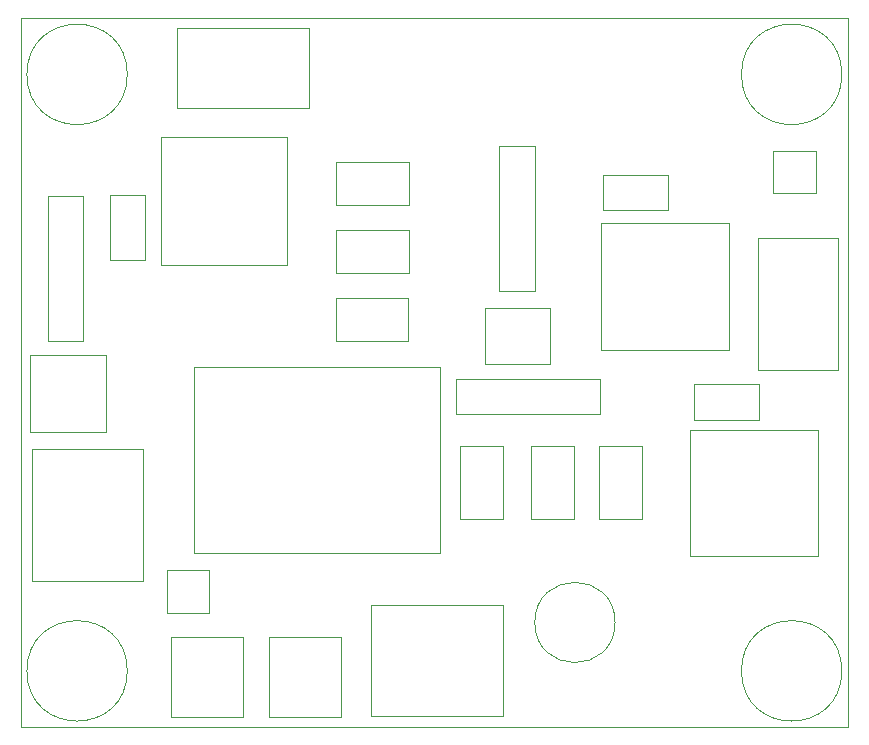
<source format=gbr>
%TF.GenerationSoftware,KiCad,Pcbnew,5.1.4-e60b266~84~ubuntu18.04.1*%
%TF.CreationDate,2020-06-02T14:46:13-03:00*%
%TF.ProjectId,Driver Motor PaP_V2.0,44726976-6572-4204-9d6f-746f72205061,2.0*%
%TF.SameCoordinates,Original*%
%TF.FileFunction,Other,User*%
%FSLAX46Y46*%
G04 Gerber Fmt 4.6, Leading zero omitted, Abs format (unit mm)*
G04 Created by KiCad (PCBNEW 5.1.4-e60b266~84~ubuntu18.04.1) date 2020-06-02 14:46:13*
%MOMM*%
%LPD*%
G04 APERTURE LIST*
%ADD10C,0.050000*%
%ADD11C,0.120000*%
G04 APERTURE END LIST*
D10*
X75000000Y-109750000D02*
X75000000Y-49750000D01*
X145000000Y-109750000D02*
X75000000Y-109750000D01*
X145000000Y-49750000D02*
X145000000Y-109750000D01*
X75000000Y-49750000D02*
X145000000Y-49750000D01*
%TO.C,Q1*%
X119750000Y-79010000D02*
X114290000Y-79010000D01*
X119750000Y-79010000D02*
X119750000Y-74270000D01*
X114290000Y-74270000D02*
X114290000Y-79010000D01*
X114290000Y-74270000D02*
X119750000Y-74270000D01*
%TO.C,R2*%
X115500000Y-60540000D02*
X115500000Y-72800000D01*
X118500000Y-60540000D02*
X115500000Y-60540000D01*
X118500000Y-72800000D02*
X118500000Y-60540000D01*
X115500000Y-72800000D02*
X118500000Y-72800000D01*
%TO.C,JP6*%
X101700000Y-67700000D02*
X101700000Y-71300000D01*
X107850000Y-67700000D02*
X101700000Y-67700000D01*
X107850000Y-71300000D02*
X107850000Y-67700000D01*
X101700000Y-71300000D02*
X107850000Y-71300000D01*
%TO.C,U2*%
X131650000Y-84600000D02*
X131650000Y-95300000D01*
X142450000Y-84600000D02*
X131650000Y-84600000D01*
X142450000Y-95300000D02*
X142450000Y-84600000D01*
X131650000Y-95300000D02*
X142450000Y-95300000D01*
%TO.C,A1*%
X110450000Y-79290000D02*
X110450000Y-95030000D01*
X110450000Y-79290000D02*
X89630000Y-79290000D01*
X89630000Y-95030000D02*
X110450000Y-95030000D01*
X89630000Y-95030000D02*
X89630000Y-79290000D01*
%TO.C,J6*%
X87690000Y-108920000D02*
X93770000Y-108920000D01*
X87690000Y-102120000D02*
X87690000Y-108920000D01*
X93770000Y-102120000D02*
X87690000Y-102120000D01*
X93770000Y-108920000D02*
X93770000Y-102120000D01*
%TO.C,U3*%
X124150000Y-67100000D02*
X124150000Y-77800000D01*
X134950000Y-67100000D02*
X124150000Y-67100000D01*
X134950000Y-77800000D02*
X134950000Y-67100000D01*
X124150000Y-77800000D02*
X134950000Y-77800000D01*
%TO.C,U1*%
X86850000Y-70600000D02*
X97550000Y-70600000D01*
X86850000Y-59800000D02*
X86850000Y-70600000D01*
X97550000Y-59800000D02*
X86850000Y-59800000D01*
X97550000Y-70600000D02*
X97550000Y-59800000D01*
%TO.C,R3*%
X111790000Y-83250000D02*
X124050000Y-83250000D01*
X111790000Y-80250000D02*
X111790000Y-83250000D01*
X124050000Y-80250000D02*
X111790000Y-80250000D01*
X124050000Y-83250000D02*
X124050000Y-80250000D01*
%TO.C,R1*%
X77250000Y-64790000D02*
X77250000Y-77050000D01*
X80250000Y-64790000D02*
X77250000Y-64790000D01*
X80250000Y-77050000D02*
X80250000Y-64790000D01*
X77250000Y-77050000D02*
X80250000Y-77050000D01*
%TO.C,JP5*%
X101700000Y-61950000D02*
X101700000Y-65550000D01*
X107850000Y-61950000D02*
X101700000Y-61950000D01*
X107850000Y-65550000D02*
X107850000Y-61950000D01*
X101700000Y-65550000D02*
X107850000Y-65550000D01*
%TO.C,JP4*%
X107800000Y-77050000D02*
X107800000Y-73450000D01*
X101650000Y-77050000D02*
X107800000Y-77050000D01*
X101650000Y-73450000D02*
X101650000Y-77050000D01*
X107800000Y-73450000D02*
X101650000Y-73450000D01*
%TO.C,JP3*%
X127550000Y-85950000D02*
X123950000Y-85950000D01*
X127550000Y-92100000D02*
X127550000Y-85950000D01*
X123950000Y-92100000D02*
X127550000Y-92100000D01*
X123950000Y-85950000D02*
X123950000Y-92100000D01*
%TO.C,JP2*%
X121800000Y-85950000D02*
X118200000Y-85950000D01*
X121800000Y-92100000D02*
X121800000Y-85950000D01*
X118200000Y-92100000D02*
X121800000Y-92100000D01*
X118200000Y-85950000D02*
X118200000Y-92100000D01*
%TO.C,JP1*%
X115800000Y-85950000D02*
X112200000Y-85950000D01*
X115800000Y-92100000D02*
X115800000Y-85950000D01*
X112200000Y-92100000D02*
X115800000Y-92100000D01*
X112200000Y-85950000D02*
X112200000Y-92100000D01*
%TO.C,J8*%
X87350000Y-96500000D02*
X87350000Y-100100000D01*
X90950000Y-96500000D02*
X87350000Y-96500000D01*
X90950000Y-100100000D02*
X90950000Y-96500000D01*
X87350000Y-100100000D02*
X90950000Y-100100000D01*
%TO.C,J7*%
X96040000Y-108920000D02*
X102120000Y-108920000D01*
X96040000Y-102120000D02*
X96040000Y-108920000D01*
X102120000Y-102120000D02*
X96040000Y-102120000D01*
X102120000Y-108920000D02*
X102120000Y-102120000D01*
%TO.C,J5*%
X138700000Y-60950000D02*
X138700000Y-64550000D01*
X142300000Y-60950000D02*
X138700000Y-60950000D01*
X142300000Y-64550000D02*
X142300000Y-60950000D01*
X138700000Y-64550000D02*
X142300000Y-64550000D01*
%TO.C,J4*%
X144170000Y-79490000D02*
X144170000Y-68330000D01*
X137370000Y-79490000D02*
X144170000Y-79490000D01*
X137370000Y-68330000D02*
X137370000Y-79490000D01*
X144170000Y-68330000D02*
X137370000Y-68330000D01*
%TO.C,J3*%
X99390000Y-50580000D02*
X88230000Y-50580000D01*
X99390000Y-57380000D02*
X99390000Y-50580000D01*
X88230000Y-57380000D02*
X99390000Y-57380000D01*
X88230000Y-50580000D02*
X88230000Y-57380000D01*
%TO.C,H4*%
X144500000Y-105000000D02*
G75*
G03X144500000Y-105000000I-4250000J0D01*
G01*
%TO.C,H3*%
X144500000Y-54500000D02*
G75*
G03X144500000Y-54500000I-4250000J0D01*
G01*
%TO.C,H2*%
X84000000Y-105000000D02*
G75*
G03X84000000Y-105000000I-4250000J0D01*
G01*
%TO.C,D1*%
X75750000Y-84750000D02*
X82200000Y-84750000D01*
X75750000Y-78250000D02*
X75750000Y-84750000D01*
X82200000Y-78250000D02*
X75750000Y-78250000D01*
X82200000Y-84750000D02*
X82200000Y-78250000D01*
%TO.C,H1*%
X84000000Y-54500000D02*
G75*
G03X84000000Y-54500000I-4250000J0D01*
G01*
%TO.C,C1*%
X82500000Y-64750000D02*
X82500000Y-70250000D01*
X85500000Y-64750000D02*
X82500000Y-64750000D01*
X85500000Y-70250000D02*
X85500000Y-64750000D01*
X82500000Y-70250000D02*
X85500000Y-70250000D01*
%TO.C,C2*%
X137500000Y-80750000D02*
X132000000Y-80750000D01*
X137500000Y-83750000D02*
X137500000Y-80750000D01*
X132000000Y-83750000D02*
X137500000Y-83750000D01*
X132000000Y-80750000D02*
X132000000Y-83750000D01*
%TO.C,C3*%
X129750000Y-63000000D02*
X124250000Y-63000000D01*
X129750000Y-66000000D02*
X129750000Y-63000000D01*
X124250000Y-66000000D02*
X129750000Y-66000000D01*
X124250000Y-63000000D02*
X124250000Y-66000000D01*
D11*
%TO.C,J1*%
X75932000Y-86198000D02*
X85330000Y-86198000D01*
X85330000Y-86198000D02*
X85330000Y-97374000D01*
X85330000Y-97374000D02*
X75932000Y-97374000D01*
X75932000Y-97374000D02*
X75932000Y-86198000D01*
%TO.C,J2*%
X115824000Y-108818000D02*
X104648000Y-108818000D01*
X115824000Y-99420000D02*
X115824000Y-108818000D01*
X104648000Y-99420000D02*
X115824000Y-99420000D01*
X104648000Y-108818000D02*
X104648000Y-99420000D01*
D10*
%TO.C,C4*%
X125300000Y-100900000D02*
G75*
G03X125300000Y-100900000I-3400000J0D01*
G01*
%TD*%
M02*

</source>
